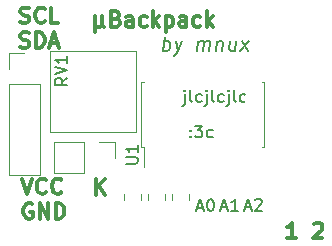
<source format=gbr>
%TF.GenerationSoftware,KiCad,Pcbnew,8.0.6+1*%
%TF.CreationDate,2024-12-08T19:19:34+01:00*%
%TF.ProjectId,8x2 backpack,38783220-6261-4636-9b70-61636b2e6b69,rev?*%
%TF.SameCoordinates,Original*%
%TF.FileFunction,Legend,Top*%
%TF.FilePolarity,Positive*%
%FSLAX46Y46*%
G04 Gerber Fmt 4.6, Leading zero omitted, Abs format (unit mm)*
G04 Created by KiCad (PCBNEW 8.0.6+1) date 2024-12-08 19:19:34*
%MOMM*%
%LPD*%
G01*
G04 APERTURE LIST*
%ADD10C,0.150000*%
%ADD11C,0.200000*%
%ADD12C,0.300000*%
%ADD13C,0.120000*%
G04 APERTURE END LIST*
D10*
X50336779Y-51274580D02*
X50384398Y-51322200D01*
X50384398Y-51322200D02*
X50336779Y-51369819D01*
X50336779Y-51369819D02*
X50289160Y-51322200D01*
X50289160Y-51322200D02*
X50336779Y-51274580D01*
X50336779Y-51274580D02*
X50336779Y-51369819D01*
X50336779Y-50750771D02*
X50384398Y-50798390D01*
X50384398Y-50798390D02*
X50336779Y-50846009D01*
X50336779Y-50846009D02*
X50289160Y-50798390D01*
X50289160Y-50798390D02*
X50336779Y-50750771D01*
X50336779Y-50750771D02*
X50336779Y-50846009D01*
X50717731Y-50369819D02*
X51336778Y-50369819D01*
X51336778Y-50369819D02*
X51003445Y-50750771D01*
X51003445Y-50750771D02*
X51146302Y-50750771D01*
X51146302Y-50750771D02*
X51241540Y-50798390D01*
X51241540Y-50798390D02*
X51289159Y-50846009D01*
X51289159Y-50846009D02*
X51336778Y-50941247D01*
X51336778Y-50941247D02*
X51336778Y-51179342D01*
X51336778Y-51179342D02*
X51289159Y-51274580D01*
X51289159Y-51274580D02*
X51241540Y-51322200D01*
X51241540Y-51322200D02*
X51146302Y-51369819D01*
X51146302Y-51369819D02*
X50860588Y-51369819D01*
X50860588Y-51369819D02*
X50765350Y-51322200D01*
X50765350Y-51322200D02*
X50717731Y-51274580D01*
X52193921Y-51322200D02*
X52098683Y-51369819D01*
X52098683Y-51369819D02*
X51908207Y-51369819D01*
X51908207Y-51369819D02*
X51812969Y-51322200D01*
X51812969Y-51322200D02*
X51765350Y-51274580D01*
X51765350Y-51274580D02*
X51717731Y-51179342D01*
X51717731Y-51179342D02*
X51717731Y-50893628D01*
X51717731Y-50893628D02*
X51765350Y-50798390D01*
X51765350Y-50798390D02*
X51812969Y-50750771D01*
X51812969Y-50750771D02*
X51908207Y-50703152D01*
X51908207Y-50703152D02*
X52098683Y-50703152D01*
X52098683Y-50703152D02*
X52193921Y-50750771D01*
X49836779Y-47703152D02*
X49836779Y-48560295D01*
X49836779Y-48560295D02*
X49789160Y-48655533D01*
X49789160Y-48655533D02*
X49693922Y-48703152D01*
X49693922Y-48703152D02*
X49646303Y-48703152D01*
X49836779Y-47369819D02*
X49789160Y-47417438D01*
X49789160Y-47417438D02*
X49836779Y-47465057D01*
X49836779Y-47465057D02*
X49884398Y-47417438D01*
X49884398Y-47417438D02*
X49836779Y-47369819D01*
X49836779Y-47369819D02*
X49836779Y-47465057D01*
X50455826Y-48369819D02*
X50360588Y-48322200D01*
X50360588Y-48322200D02*
X50312969Y-48226961D01*
X50312969Y-48226961D02*
X50312969Y-47369819D01*
X51265350Y-48322200D02*
X51170112Y-48369819D01*
X51170112Y-48369819D02*
X50979636Y-48369819D01*
X50979636Y-48369819D02*
X50884398Y-48322200D01*
X50884398Y-48322200D02*
X50836779Y-48274580D01*
X50836779Y-48274580D02*
X50789160Y-48179342D01*
X50789160Y-48179342D02*
X50789160Y-47893628D01*
X50789160Y-47893628D02*
X50836779Y-47798390D01*
X50836779Y-47798390D02*
X50884398Y-47750771D01*
X50884398Y-47750771D02*
X50979636Y-47703152D01*
X50979636Y-47703152D02*
X51170112Y-47703152D01*
X51170112Y-47703152D02*
X51265350Y-47750771D01*
X51693922Y-47703152D02*
X51693922Y-48560295D01*
X51693922Y-48560295D02*
X51646303Y-48655533D01*
X51646303Y-48655533D02*
X51551065Y-48703152D01*
X51551065Y-48703152D02*
X51503446Y-48703152D01*
X51693922Y-47369819D02*
X51646303Y-47417438D01*
X51646303Y-47417438D02*
X51693922Y-47465057D01*
X51693922Y-47465057D02*
X51741541Y-47417438D01*
X51741541Y-47417438D02*
X51693922Y-47369819D01*
X51693922Y-47369819D02*
X51693922Y-47465057D01*
X52312969Y-48369819D02*
X52217731Y-48322200D01*
X52217731Y-48322200D02*
X52170112Y-48226961D01*
X52170112Y-48226961D02*
X52170112Y-47369819D01*
X53122493Y-48322200D02*
X53027255Y-48369819D01*
X53027255Y-48369819D02*
X52836779Y-48369819D01*
X52836779Y-48369819D02*
X52741541Y-48322200D01*
X52741541Y-48322200D02*
X52693922Y-48274580D01*
X52693922Y-48274580D02*
X52646303Y-48179342D01*
X52646303Y-48179342D02*
X52646303Y-47893628D01*
X52646303Y-47893628D02*
X52693922Y-47798390D01*
X52693922Y-47798390D02*
X52741541Y-47750771D01*
X52741541Y-47750771D02*
X52836779Y-47703152D01*
X52836779Y-47703152D02*
X53027255Y-47703152D01*
X53027255Y-47703152D02*
X53122493Y-47750771D01*
X53551065Y-47703152D02*
X53551065Y-48560295D01*
X53551065Y-48560295D02*
X53503446Y-48655533D01*
X53503446Y-48655533D02*
X53408208Y-48703152D01*
X53408208Y-48703152D02*
X53360589Y-48703152D01*
X53551065Y-47369819D02*
X53503446Y-47417438D01*
X53503446Y-47417438D02*
X53551065Y-47465057D01*
X53551065Y-47465057D02*
X53598684Y-47417438D01*
X53598684Y-47417438D02*
X53551065Y-47369819D01*
X53551065Y-47369819D02*
X53551065Y-47465057D01*
X54170112Y-48369819D02*
X54074874Y-48322200D01*
X54074874Y-48322200D02*
X54027255Y-48226961D01*
X54027255Y-48226961D02*
X54027255Y-47369819D01*
X54979636Y-48322200D02*
X54884398Y-48369819D01*
X54884398Y-48369819D02*
X54693922Y-48369819D01*
X54693922Y-48369819D02*
X54598684Y-48322200D01*
X54598684Y-48322200D02*
X54551065Y-48274580D01*
X54551065Y-48274580D02*
X54503446Y-48179342D01*
X54503446Y-48179342D02*
X54503446Y-47893628D01*
X54503446Y-47893628D02*
X54551065Y-47798390D01*
X54551065Y-47798390D02*
X54598684Y-47750771D01*
X54598684Y-47750771D02*
X54693922Y-47703152D01*
X54693922Y-47703152D02*
X54884398Y-47703152D01*
X54884398Y-47703152D02*
X54979636Y-47750771D01*
X44857319Y-53593904D02*
X45666842Y-53593904D01*
X45666842Y-53593904D02*
X45762080Y-53546285D01*
X45762080Y-53546285D02*
X45809700Y-53498666D01*
X45809700Y-53498666D02*
X45857319Y-53403428D01*
X45857319Y-53403428D02*
X45857319Y-53212952D01*
X45857319Y-53212952D02*
X45809700Y-53117714D01*
X45809700Y-53117714D02*
X45762080Y-53070095D01*
X45762080Y-53070095D02*
X45666842Y-53022476D01*
X45666842Y-53022476D02*
X44857319Y-53022476D01*
X45857319Y-52022476D02*
X45857319Y-52593904D01*
X45857319Y-52308190D02*
X44857319Y-52308190D01*
X44857319Y-52308190D02*
X45000176Y-52403428D01*
X45000176Y-52403428D02*
X45095414Y-52498666D01*
X45095414Y-52498666D02*
X45143033Y-52593904D01*
D11*
X47986249Y-44038742D02*
X48136249Y-42838742D01*
X48079106Y-43295885D02*
X48200535Y-43238742D01*
X48200535Y-43238742D02*
X48429106Y-43238742D01*
X48429106Y-43238742D02*
X48536249Y-43295885D01*
X48536249Y-43295885D02*
X48586249Y-43353028D01*
X48586249Y-43353028D02*
X48629106Y-43467314D01*
X48629106Y-43467314D02*
X48586249Y-43810171D01*
X48586249Y-43810171D02*
X48514820Y-43924457D01*
X48514820Y-43924457D02*
X48450535Y-43981600D01*
X48450535Y-43981600D02*
X48329106Y-44038742D01*
X48329106Y-44038742D02*
X48100535Y-44038742D01*
X48100535Y-44038742D02*
X47993392Y-43981600D01*
X49057677Y-43238742D02*
X49243392Y-44038742D01*
X49629106Y-43238742D02*
X49243392Y-44038742D01*
X49243392Y-44038742D02*
X49093392Y-44324457D01*
X49093392Y-44324457D02*
X49029106Y-44381600D01*
X49029106Y-44381600D02*
X48907677Y-44438742D01*
X50900535Y-44038742D02*
X51000535Y-43238742D01*
X50986249Y-43353028D02*
X51050535Y-43295885D01*
X51050535Y-43295885D02*
X51171964Y-43238742D01*
X51171964Y-43238742D02*
X51343392Y-43238742D01*
X51343392Y-43238742D02*
X51450535Y-43295885D01*
X51450535Y-43295885D02*
X51493392Y-43410171D01*
X51493392Y-43410171D02*
X51414821Y-44038742D01*
X51493392Y-43410171D02*
X51564821Y-43295885D01*
X51564821Y-43295885D02*
X51686249Y-43238742D01*
X51686249Y-43238742D02*
X51857678Y-43238742D01*
X51857678Y-43238742D02*
X51964821Y-43295885D01*
X51964821Y-43295885D02*
X52007678Y-43410171D01*
X52007678Y-43410171D02*
X51929106Y-44038742D01*
X52600535Y-43238742D02*
X52500535Y-44038742D01*
X52586249Y-43353028D02*
X52650535Y-43295885D01*
X52650535Y-43295885D02*
X52771964Y-43238742D01*
X52771964Y-43238742D02*
X52943392Y-43238742D01*
X52943392Y-43238742D02*
X53050535Y-43295885D01*
X53050535Y-43295885D02*
X53093392Y-43410171D01*
X53093392Y-43410171D02*
X53014821Y-44038742D01*
X54200535Y-43238742D02*
X54100535Y-44038742D01*
X53686249Y-43238742D02*
X53607678Y-43867314D01*
X53607678Y-43867314D02*
X53650535Y-43981600D01*
X53650535Y-43981600D02*
X53757678Y-44038742D01*
X53757678Y-44038742D02*
X53929106Y-44038742D01*
X53929106Y-44038742D02*
X54050535Y-43981600D01*
X54050535Y-43981600D02*
X54114820Y-43924457D01*
X54557677Y-44038742D02*
X55286249Y-43238742D01*
X54657677Y-43238742D02*
X55186249Y-44038742D01*
D12*
X36062277Y-54852377D02*
X36495610Y-56152377D01*
X36495610Y-56152377D02*
X36928944Y-54852377D01*
X38105134Y-56028568D02*
X38043230Y-56090473D01*
X38043230Y-56090473D02*
X37857515Y-56152377D01*
X37857515Y-56152377D02*
X37733706Y-56152377D01*
X37733706Y-56152377D02*
X37547992Y-56090473D01*
X37547992Y-56090473D02*
X37424182Y-55966663D01*
X37424182Y-55966663D02*
X37362277Y-55842853D01*
X37362277Y-55842853D02*
X37300373Y-55595234D01*
X37300373Y-55595234D02*
X37300373Y-55409520D01*
X37300373Y-55409520D02*
X37362277Y-55161901D01*
X37362277Y-55161901D02*
X37424182Y-55038092D01*
X37424182Y-55038092D02*
X37547992Y-54914282D01*
X37547992Y-54914282D02*
X37733706Y-54852377D01*
X37733706Y-54852377D02*
X37857515Y-54852377D01*
X37857515Y-54852377D02*
X38043230Y-54914282D01*
X38043230Y-54914282D02*
X38105134Y-54976187D01*
X39405134Y-56028568D02*
X39343230Y-56090473D01*
X39343230Y-56090473D02*
X39157515Y-56152377D01*
X39157515Y-56152377D02*
X39033706Y-56152377D01*
X39033706Y-56152377D02*
X38847992Y-56090473D01*
X38847992Y-56090473D02*
X38724182Y-55966663D01*
X38724182Y-55966663D02*
X38662277Y-55842853D01*
X38662277Y-55842853D02*
X38600373Y-55595234D01*
X38600373Y-55595234D02*
X38600373Y-55409520D01*
X38600373Y-55409520D02*
X38662277Y-55161901D01*
X38662277Y-55161901D02*
X38724182Y-55038092D01*
X38724182Y-55038092D02*
X38847992Y-54914282D01*
X38847992Y-54914282D02*
X39033706Y-54852377D01*
X39033706Y-54852377D02*
X39157515Y-54852377D01*
X39157515Y-54852377D02*
X39343230Y-54914282D01*
X39343230Y-54914282D02*
X39405134Y-54976187D01*
X36928944Y-57007209D02*
X36805134Y-56945304D01*
X36805134Y-56945304D02*
X36619420Y-56945304D01*
X36619420Y-56945304D02*
X36433706Y-57007209D01*
X36433706Y-57007209D02*
X36309896Y-57131019D01*
X36309896Y-57131019D02*
X36247991Y-57254828D01*
X36247991Y-57254828D02*
X36186087Y-57502447D01*
X36186087Y-57502447D02*
X36186087Y-57688161D01*
X36186087Y-57688161D02*
X36247991Y-57935780D01*
X36247991Y-57935780D02*
X36309896Y-58059590D01*
X36309896Y-58059590D02*
X36433706Y-58183400D01*
X36433706Y-58183400D02*
X36619420Y-58245304D01*
X36619420Y-58245304D02*
X36743229Y-58245304D01*
X36743229Y-58245304D02*
X36928944Y-58183400D01*
X36928944Y-58183400D02*
X36990848Y-58121495D01*
X36990848Y-58121495D02*
X36990848Y-57688161D01*
X36990848Y-57688161D02*
X36743229Y-57688161D01*
X37547991Y-58245304D02*
X37547991Y-56945304D01*
X37547991Y-56945304D02*
X38290848Y-58245304D01*
X38290848Y-58245304D02*
X38290848Y-56945304D01*
X38909896Y-58245304D02*
X38909896Y-56945304D01*
X38909896Y-56945304D02*
X39219420Y-56945304D01*
X39219420Y-56945304D02*
X39405134Y-57007209D01*
X39405134Y-57007209D02*
X39528944Y-57131019D01*
X39528944Y-57131019D02*
X39590849Y-57254828D01*
X39590849Y-57254828D02*
X39652753Y-57502447D01*
X39652753Y-57502447D02*
X39652753Y-57688161D01*
X39652753Y-57688161D02*
X39590849Y-57935780D01*
X39590849Y-57935780D02*
X39528944Y-58059590D01*
X39528944Y-58059590D02*
X39405134Y-58183400D01*
X39405134Y-58183400D02*
X39219420Y-58245304D01*
X39219420Y-58245304D02*
X38909896Y-58245304D01*
X42240991Y-41122638D02*
X42240991Y-42422638D01*
X42860039Y-41803590D02*
X42921944Y-41927400D01*
X42921944Y-41927400D02*
X43045753Y-41989304D01*
X42240991Y-41803590D02*
X42302896Y-41927400D01*
X42302896Y-41927400D02*
X42426706Y-41989304D01*
X42426706Y-41989304D02*
X42674325Y-41989304D01*
X42674325Y-41989304D02*
X42798134Y-41927400D01*
X42798134Y-41927400D02*
X42860039Y-41803590D01*
X42860039Y-41803590D02*
X42860039Y-41122638D01*
X44036230Y-41308352D02*
X44221944Y-41370257D01*
X44221944Y-41370257D02*
X44283849Y-41432161D01*
X44283849Y-41432161D02*
X44345753Y-41555971D01*
X44345753Y-41555971D02*
X44345753Y-41741685D01*
X44345753Y-41741685D02*
X44283849Y-41865495D01*
X44283849Y-41865495D02*
X44221944Y-41927400D01*
X44221944Y-41927400D02*
X44098134Y-41989304D01*
X44098134Y-41989304D02*
X43602896Y-41989304D01*
X43602896Y-41989304D02*
X43602896Y-40689304D01*
X43602896Y-40689304D02*
X44036230Y-40689304D01*
X44036230Y-40689304D02*
X44160039Y-40751209D01*
X44160039Y-40751209D02*
X44221944Y-40813114D01*
X44221944Y-40813114D02*
X44283849Y-40936923D01*
X44283849Y-40936923D02*
X44283849Y-41060733D01*
X44283849Y-41060733D02*
X44221944Y-41184542D01*
X44221944Y-41184542D02*
X44160039Y-41246447D01*
X44160039Y-41246447D02*
X44036230Y-41308352D01*
X44036230Y-41308352D02*
X43602896Y-41308352D01*
X45460039Y-41989304D02*
X45460039Y-41308352D01*
X45460039Y-41308352D02*
X45398134Y-41184542D01*
X45398134Y-41184542D02*
X45274325Y-41122638D01*
X45274325Y-41122638D02*
X45026706Y-41122638D01*
X45026706Y-41122638D02*
X44902896Y-41184542D01*
X45460039Y-41927400D02*
X45336230Y-41989304D01*
X45336230Y-41989304D02*
X45026706Y-41989304D01*
X45026706Y-41989304D02*
X44902896Y-41927400D01*
X44902896Y-41927400D02*
X44840992Y-41803590D01*
X44840992Y-41803590D02*
X44840992Y-41679780D01*
X44840992Y-41679780D02*
X44902896Y-41555971D01*
X44902896Y-41555971D02*
X45026706Y-41494066D01*
X45026706Y-41494066D02*
X45336230Y-41494066D01*
X45336230Y-41494066D02*
X45460039Y-41432161D01*
X46636229Y-41927400D02*
X46512420Y-41989304D01*
X46512420Y-41989304D02*
X46264801Y-41989304D01*
X46264801Y-41989304D02*
X46140991Y-41927400D01*
X46140991Y-41927400D02*
X46079086Y-41865495D01*
X46079086Y-41865495D02*
X46017182Y-41741685D01*
X46017182Y-41741685D02*
X46017182Y-41370257D01*
X46017182Y-41370257D02*
X46079086Y-41246447D01*
X46079086Y-41246447D02*
X46140991Y-41184542D01*
X46140991Y-41184542D02*
X46264801Y-41122638D01*
X46264801Y-41122638D02*
X46512420Y-41122638D01*
X46512420Y-41122638D02*
X46636229Y-41184542D01*
X47193372Y-41989304D02*
X47193372Y-40689304D01*
X47317182Y-41494066D02*
X47688610Y-41989304D01*
X47688610Y-41122638D02*
X47193372Y-41617876D01*
X48245753Y-41122638D02*
X48245753Y-42422638D01*
X48245753Y-41184542D02*
X48369563Y-41122638D01*
X48369563Y-41122638D02*
X48617182Y-41122638D01*
X48617182Y-41122638D02*
X48740991Y-41184542D01*
X48740991Y-41184542D02*
X48802896Y-41246447D01*
X48802896Y-41246447D02*
X48864801Y-41370257D01*
X48864801Y-41370257D02*
X48864801Y-41741685D01*
X48864801Y-41741685D02*
X48802896Y-41865495D01*
X48802896Y-41865495D02*
X48740991Y-41927400D01*
X48740991Y-41927400D02*
X48617182Y-41989304D01*
X48617182Y-41989304D02*
X48369563Y-41989304D01*
X48369563Y-41989304D02*
X48245753Y-41927400D01*
X49979086Y-41989304D02*
X49979086Y-41308352D01*
X49979086Y-41308352D02*
X49917181Y-41184542D01*
X49917181Y-41184542D02*
X49793372Y-41122638D01*
X49793372Y-41122638D02*
X49545753Y-41122638D01*
X49545753Y-41122638D02*
X49421943Y-41184542D01*
X49979086Y-41927400D02*
X49855277Y-41989304D01*
X49855277Y-41989304D02*
X49545753Y-41989304D01*
X49545753Y-41989304D02*
X49421943Y-41927400D01*
X49421943Y-41927400D02*
X49360039Y-41803590D01*
X49360039Y-41803590D02*
X49360039Y-41679780D01*
X49360039Y-41679780D02*
X49421943Y-41555971D01*
X49421943Y-41555971D02*
X49545753Y-41494066D01*
X49545753Y-41494066D02*
X49855277Y-41494066D01*
X49855277Y-41494066D02*
X49979086Y-41432161D01*
X51155276Y-41927400D02*
X51031467Y-41989304D01*
X51031467Y-41989304D02*
X50783848Y-41989304D01*
X50783848Y-41989304D02*
X50660038Y-41927400D01*
X50660038Y-41927400D02*
X50598133Y-41865495D01*
X50598133Y-41865495D02*
X50536229Y-41741685D01*
X50536229Y-41741685D02*
X50536229Y-41370257D01*
X50536229Y-41370257D02*
X50598133Y-41246447D01*
X50598133Y-41246447D02*
X50660038Y-41184542D01*
X50660038Y-41184542D02*
X50783848Y-41122638D01*
X50783848Y-41122638D02*
X51031467Y-41122638D01*
X51031467Y-41122638D02*
X51155276Y-41184542D01*
X51712419Y-41989304D02*
X51712419Y-40689304D01*
X51836229Y-41494066D02*
X52207657Y-41989304D01*
X52207657Y-41122638D02*
X51712419Y-41617876D01*
X35932087Y-41612473D02*
X36117801Y-41674377D01*
X36117801Y-41674377D02*
X36427325Y-41674377D01*
X36427325Y-41674377D02*
X36551134Y-41612473D01*
X36551134Y-41612473D02*
X36613039Y-41550568D01*
X36613039Y-41550568D02*
X36674944Y-41426758D01*
X36674944Y-41426758D02*
X36674944Y-41302949D01*
X36674944Y-41302949D02*
X36613039Y-41179139D01*
X36613039Y-41179139D02*
X36551134Y-41117234D01*
X36551134Y-41117234D02*
X36427325Y-41055330D01*
X36427325Y-41055330D02*
X36179706Y-40993425D01*
X36179706Y-40993425D02*
X36055896Y-40931520D01*
X36055896Y-40931520D02*
X35993991Y-40869615D01*
X35993991Y-40869615D02*
X35932087Y-40745806D01*
X35932087Y-40745806D02*
X35932087Y-40621996D01*
X35932087Y-40621996D02*
X35993991Y-40498187D01*
X35993991Y-40498187D02*
X36055896Y-40436282D01*
X36055896Y-40436282D02*
X36179706Y-40374377D01*
X36179706Y-40374377D02*
X36489229Y-40374377D01*
X36489229Y-40374377D02*
X36674944Y-40436282D01*
X37974943Y-41550568D02*
X37913039Y-41612473D01*
X37913039Y-41612473D02*
X37727324Y-41674377D01*
X37727324Y-41674377D02*
X37603515Y-41674377D01*
X37603515Y-41674377D02*
X37417801Y-41612473D01*
X37417801Y-41612473D02*
X37293991Y-41488663D01*
X37293991Y-41488663D02*
X37232086Y-41364853D01*
X37232086Y-41364853D02*
X37170182Y-41117234D01*
X37170182Y-41117234D02*
X37170182Y-40931520D01*
X37170182Y-40931520D02*
X37232086Y-40683901D01*
X37232086Y-40683901D02*
X37293991Y-40560092D01*
X37293991Y-40560092D02*
X37417801Y-40436282D01*
X37417801Y-40436282D02*
X37603515Y-40374377D01*
X37603515Y-40374377D02*
X37727324Y-40374377D01*
X37727324Y-40374377D02*
X37913039Y-40436282D01*
X37913039Y-40436282D02*
X37974943Y-40498187D01*
X39151134Y-41674377D02*
X38532086Y-41674377D01*
X38532086Y-41674377D02*
X38532086Y-40374377D01*
X35932087Y-43705400D02*
X36117801Y-43767304D01*
X36117801Y-43767304D02*
X36427325Y-43767304D01*
X36427325Y-43767304D02*
X36551134Y-43705400D01*
X36551134Y-43705400D02*
X36613039Y-43643495D01*
X36613039Y-43643495D02*
X36674944Y-43519685D01*
X36674944Y-43519685D02*
X36674944Y-43395876D01*
X36674944Y-43395876D02*
X36613039Y-43272066D01*
X36613039Y-43272066D02*
X36551134Y-43210161D01*
X36551134Y-43210161D02*
X36427325Y-43148257D01*
X36427325Y-43148257D02*
X36179706Y-43086352D01*
X36179706Y-43086352D02*
X36055896Y-43024447D01*
X36055896Y-43024447D02*
X35993991Y-42962542D01*
X35993991Y-42962542D02*
X35932087Y-42838733D01*
X35932087Y-42838733D02*
X35932087Y-42714923D01*
X35932087Y-42714923D02*
X35993991Y-42591114D01*
X35993991Y-42591114D02*
X36055896Y-42529209D01*
X36055896Y-42529209D02*
X36179706Y-42467304D01*
X36179706Y-42467304D02*
X36489229Y-42467304D01*
X36489229Y-42467304D02*
X36674944Y-42529209D01*
X37232086Y-43767304D02*
X37232086Y-42467304D01*
X37232086Y-42467304D02*
X37541610Y-42467304D01*
X37541610Y-42467304D02*
X37727324Y-42529209D01*
X37727324Y-42529209D02*
X37851134Y-42653019D01*
X37851134Y-42653019D02*
X37913039Y-42776828D01*
X37913039Y-42776828D02*
X37974943Y-43024447D01*
X37974943Y-43024447D02*
X37974943Y-43210161D01*
X37974943Y-43210161D02*
X37913039Y-43457780D01*
X37913039Y-43457780D02*
X37851134Y-43581590D01*
X37851134Y-43581590D02*
X37727324Y-43705400D01*
X37727324Y-43705400D02*
X37541610Y-43767304D01*
X37541610Y-43767304D02*
X37232086Y-43767304D01*
X38470182Y-43395876D02*
X39089229Y-43395876D01*
X38346372Y-43767304D02*
X38779705Y-42467304D01*
X38779705Y-42467304D02*
X39213039Y-43767304D01*
X42353391Y-56213304D02*
X42353391Y-54913304D01*
X43096248Y-56213304D02*
X42539106Y-55470447D01*
X43096248Y-54913304D02*
X42353391Y-55656161D01*
X59270370Y-59912144D02*
X58527513Y-59912144D01*
X58898941Y-59912144D02*
X58898941Y-58612144D01*
X58898941Y-58612144D02*
X58775132Y-58797859D01*
X58775132Y-58797859D02*
X58651322Y-58921668D01*
X58651322Y-58921668D02*
X58527513Y-58983573D01*
X60756084Y-58735954D02*
X60817988Y-58674049D01*
X60817988Y-58674049D02*
X60941798Y-58612144D01*
X60941798Y-58612144D02*
X61251322Y-58612144D01*
X61251322Y-58612144D02*
X61375131Y-58674049D01*
X61375131Y-58674049D02*
X61437036Y-58735954D01*
X61437036Y-58735954D02*
X61498941Y-58859763D01*
X61498941Y-58859763D02*
X61498941Y-58983573D01*
X61498941Y-58983573D02*
X61437036Y-59169287D01*
X61437036Y-59169287D02*
X60694179Y-59912144D01*
X60694179Y-59912144D02*
X61498941Y-59912144D01*
D10*
X52925414Y-57288204D02*
X53401604Y-57288204D01*
X52830176Y-57573919D02*
X53163509Y-56573919D01*
X53163509Y-56573919D02*
X53496842Y-57573919D01*
X54353985Y-57573919D02*
X53782557Y-57573919D01*
X54068271Y-57573919D02*
X54068271Y-56573919D01*
X54068271Y-56573919D02*
X53973033Y-56716776D01*
X53973033Y-56716776D02*
X53877795Y-56812014D01*
X53877795Y-56812014D02*
X53782557Y-56859633D01*
X39888319Y-46315238D02*
X39412128Y-46648571D01*
X39888319Y-46886666D02*
X38888319Y-46886666D01*
X38888319Y-46886666D02*
X38888319Y-46505714D01*
X38888319Y-46505714D02*
X38935938Y-46410476D01*
X38935938Y-46410476D02*
X38983557Y-46362857D01*
X38983557Y-46362857D02*
X39078795Y-46315238D01*
X39078795Y-46315238D02*
X39221652Y-46315238D01*
X39221652Y-46315238D02*
X39316890Y-46362857D01*
X39316890Y-46362857D02*
X39364509Y-46410476D01*
X39364509Y-46410476D02*
X39412128Y-46505714D01*
X39412128Y-46505714D02*
X39412128Y-46886666D01*
X38888319Y-46029523D02*
X39888319Y-45696190D01*
X39888319Y-45696190D02*
X38888319Y-45362857D01*
X39888319Y-44505714D02*
X39888319Y-45077142D01*
X39888319Y-44791428D02*
X38888319Y-44791428D01*
X38888319Y-44791428D02*
X39031176Y-44886666D01*
X39031176Y-44886666D02*
X39126414Y-44981904D01*
X39126414Y-44981904D02*
X39174033Y-45077142D01*
X50893414Y-57313604D02*
X51369604Y-57313604D01*
X50798176Y-57599319D02*
X51131509Y-56599319D01*
X51131509Y-56599319D02*
X51464842Y-57599319D01*
X51988652Y-56599319D02*
X52083890Y-56599319D01*
X52083890Y-56599319D02*
X52179128Y-56646938D01*
X52179128Y-56646938D02*
X52226747Y-56694557D01*
X52226747Y-56694557D02*
X52274366Y-56789795D01*
X52274366Y-56789795D02*
X52321985Y-56980271D01*
X52321985Y-56980271D02*
X52321985Y-57218366D01*
X52321985Y-57218366D02*
X52274366Y-57408842D01*
X52274366Y-57408842D02*
X52226747Y-57504080D01*
X52226747Y-57504080D02*
X52179128Y-57551700D01*
X52179128Y-57551700D02*
X52083890Y-57599319D01*
X52083890Y-57599319D02*
X51988652Y-57599319D01*
X51988652Y-57599319D02*
X51893414Y-57551700D01*
X51893414Y-57551700D02*
X51845795Y-57504080D01*
X51845795Y-57504080D02*
X51798176Y-57408842D01*
X51798176Y-57408842D02*
X51750557Y-57218366D01*
X51750557Y-57218366D02*
X51750557Y-56980271D01*
X51750557Y-56980271D02*
X51798176Y-56789795D01*
X51798176Y-56789795D02*
X51845795Y-56694557D01*
X51845795Y-56694557D02*
X51893414Y-56646938D01*
X51893414Y-56646938D02*
X51988652Y-56599319D01*
X54957414Y-57288204D02*
X55433604Y-57288204D01*
X54862176Y-57573919D02*
X55195509Y-56573919D01*
X55195509Y-56573919D02*
X55528842Y-57573919D01*
X55814557Y-56669157D02*
X55862176Y-56621538D01*
X55862176Y-56621538D02*
X55957414Y-56573919D01*
X55957414Y-56573919D02*
X56195509Y-56573919D01*
X56195509Y-56573919D02*
X56290747Y-56621538D01*
X56290747Y-56621538D02*
X56338366Y-56669157D01*
X56338366Y-56669157D02*
X56385985Y-56764395D01*
X56385985Y-56764395D02*
X56385985Y-56859633D01*
X56385985Y-56859633D02*
X56338366Y-57002490D01*
X56338366Y-57002490D02*
X55766938Y-57573919D01*
X55766938Y-57573919D02*
X56385985Y-57573919D01*
D13*
%TO.C,J3*%
X43938500Y-51756000D02*
X43938500Y-53086000D01*
X42608500Y-51756000D02*
X43938500Y-51756000D01*
X41338500Y-51756000D02*
X38738500Y-51756000D01*
X41338500Y-51756000D02*
X41338500Y-54416000D01*
X38738500Y-51756000D02*
X38738500Y-54416000D01*
X41338500Y-54416000D02*
X38738500Y-54416000D01*
%TO.C,A1*%
X46699500Y-56638564D02*
X46699500Y-56184436D01*
X48169500Y-56638564D02*
X48169500Y-56184436D01*
%TO.C,RV1*%
X38450500Y-44078000D02*
X38450500Y-50918000D01*
X38450500Y-44078000D02*
X45680500Y-44078000D01*
X38450500Y-50918000D02*
X45680500Y-50918000D01*
X45680500Y-44078000D02*
X45680500Y-50918000D01*
%TO.C,A0*%
X44667500Y-56638564D02*
X44667500Y-56184436D01*
X46137500Y-56638564D02*
X46137500Y-56184436D01*
%TO.C,J2*%
X34928500Y-44254000D02*
X36258500Y-44254000D01*
X34928500Y-45584000D02*
X34928500Y-44254000D01*
X34928500Y-46854000D02*
X34928500Y-54534000D01*
X34928500Y-46854000D02*
X37588500Y-46854000D01*
X34928500Y-54534000D02*
X37588500Y-54534000D01*
X37588500Y-46854000D02*
X37588500Y-54534000D01*
%TO.C,A2*%
X48731500Y-56638564D02*
X48731500Y-56184436D01*
X50201500Y-56638564D02*
X50201500Y-56184436D01*
%TO.C,U1*%
X46161500Y-52154000D02*
X46366500Y-52154000D01*
X46366500Y-52154000D02*
X46366500Y-53844000D01*
X56581500Y-52154000D02*
X56376500Y-52154000D01*
X46161500Y-49394000D02*
X46161500Y-52154000D01*
X46161500Y-49394000D02*
X46161500Y-46634000D01*
X56581500Y-49394000D02*
X56581500Y-52154000D01*
X56581500Y-49394000D02*
X56581500Y-46634000D01*
X46161500Y-46634000D02*
X46366500Y-46634000D01*
X56581500Y-46634000D02*
X56376500Y-46634000D01*
%TD*%
M02*

</source>
